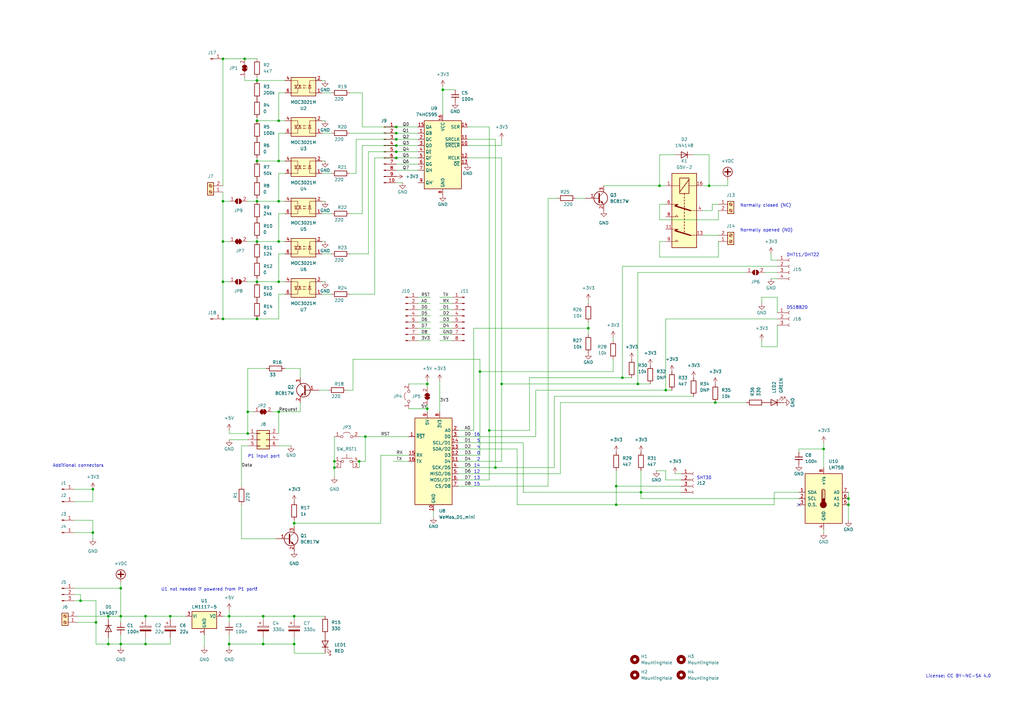
<source format=kicad_sch>
(kicad_sch (version 20230121) (generator eeschema)
  (paper "A3")
  (title_block (title "Wireless power controller") (date "2023-09-07") (rev "A") (company "Copyright (C) Peter Ivanov <ivanovp@gmail.com>, 2023"))
  (junction (at 69.85 252.73))
  (junction (at 59.69 264.16))
  (junction (at 200.66 176.53))
  (junction (at 33.02 246.38))
  (junction (at 252.73 199.39))
  (junction (at 196.85 152.4))
  (junction (at 44.45 252.73))
  (junction (at 347.98 204.47))
  (junction (at 262.89 201.93))
  (junction (at 114.3 49.53))
  (junction (at 175.26 157.48))
  (junction (at 44.45 264.16))
  (junction (at 162.56 54.61))
  (junction (at 120.65 252.73))
  (junction (at 293.37 165.1))
  (junction (at 114.3 99.06))
  (junction (at 252.73 207.01))
  (junction (at 91.44 82.55))
  (junction (at 203.2 191.77))
  (junction (at 107.95 252.73))
  (junction (at 205.74 157.48))
  (junction (at 114.3 168.91))
  (junction (at 347.98 207.01))
  (junction (at 91.44 99.06))
  (junction (at 91.44 130.81))
  (junction (at 290.83 76.2))
  (junction (at 91.44 24.13))
  (junction (at 49.53 264.16))
  (junction (at 38.1 200.66))
  (junction (at 39.37 255.27))
  (junction (at 100.33 24.13))
  (junction (at 105.41 130.81))
  (junction (at 261.62 157.48))
  (junction (at 49.53 252.73))
  (junction (at 270.51 76.2))
  (junction (at 241.3 134.62))
  (junction (at 93.98 252.73))
  (junction (at 105.41 115.57))
  (junction (at 175.26 167.64))
  (junction (at 38.1 218.44))
  (junction (at 105.41 99.06))
  (junction (at 162.56 59.69))
  (junction (at 120.65 264.16))
  (junction (at 105.41 33.02))
  (junction (at 149.86 179.07))
  (junction (at 147.32 189.23))
  (junction (at 162.56 57.15))
  (junction (at 120.65 214.63))
  (junction (at 59.69 252.73))
  (junction (at 105.41 49.53))
  (junction (at 105.41 82.55))
  (junction (at 137.16 189.23))
  (junction (at 101.6 168.91))
  (junction (at 162.56 52.07))
  (junction (at 91.44 115.57))
  (junction (at 101.6 177.8))
  (junction (at 162.56 62.23))
  (junction (at 114.3 82.55))
  (junction (at 114.3 115.57))
  (junction (at 114.3 66.04))
  (junction (at 49.53 241.3))
  (junction (at 181.61 36.83))
  (junction (at 255.27 154.94))
  (junction (at 337.82 184.15))
  (junction (at 273.05 160.02))
  (junction (at 93.98 264.16))
  (junction (at 105.41 66.04))
  (junction (at 107.95 264.16))
  (junction (at 137.16 191.77))
  (junction (at 162.56 64.77))
  (no_connect (at 327.66 207.01))
  (wire (pts (xy 105.41 33.02) (xy 116.84 33.02)))
  (wire (pts (xy 270.51 83.82) (xy 273.05 83.82)))
  (wire (pts (xy 44.45 252.73) (xy 44.45 254)))
  (wire (pts (xy 241.3 134.62) (xy 241.3 137.16)))
  (wire (pts (xy 180.34 134.62) (xy 185.42 134.62)))
  (wire (pts (xy 181.61 35.56) (xy 181.61 36.83)))
  (wire (pts (xy 171.45 132.08) (xy 176.53 132.08)))
  (wire (pts (xy 162.56 52.07) (xy 171.45 52.07)))
  (wire (pts (xy 161.29 189.23) (xy 167.64 189.23)))
  (wire (pts (xy 294.64 105.41) (xy 294.64 99.06)))
  (wire (pts (xy 132.08 33.02) (xy 133.35 33.02)))
  (wire (pts (xy 133.35 115.57) (xy 132.08 115.57)))
  (wire (pts (xy 30.48 200.66) (xy 38.1 200.66)))
  (wire (pts (xy 251.46 138.43) (xy 251.46 139.7)))
  (wire (pts (xy 147.32 179.07) (xy 149.86 179.07)))
  (wire (pts (xy 146.05 71.12) (xy 146.05 57.15)))
  (wire (pts (xy 292.1 83.82) (xy 292.1 86.36)))
  (wire (pts (xy 167.64 157.48) (xy 175.26 157.48)))
  (wire (pts (xy 171.45 127) (xy 176.53 127)))
  (wire (pts (xy 30.48 246.38) (xy 33.02 246.38)))
  (wire (pts (xy 123.19 165.1) (xy 123.19 168.91)))
  (wire (pts (xy 101.6 151.13) (xy 109.22 151.13)))
  (wire (pts (xy 105.41 49.53) (xy 114.3 49.53)))
  (wire (pts (xy 137.16 191.77) (xy 137.16 195.58)))
  (wire (pts (xy 171.45 134.62) (xy 176.53 134.62)))
  (wire (pts (xy 162.56 54.61) (xy 171.45 54.61)))
  (wire (pts (xy 91.44 115.57) (xy 93.98 115.57)))
  (wire (pts (xy 116.84 104.14) (xy 114.3 104.14)))
  (wire (pts (xy 180.34 121.92) (xy 185.42 121.92)))
  (wire (pts (xy 101.6 182.88) (xy 99.06 182.88)))
  (wire (pts (xy 38.1 220.98) (xy 38.1 218.44)))
  (wire (pts (xy 255.27 109.22) (xy 255.27 154.94)))
  (wire (pts (xy 107.95 254) (xy 107.95 252.73)))
  (wire (pts (xy 227.33 162.56) (xy 284.48 162.56)))
  (wire (pts (xy 312.42 124.46) (xy 312.42 121.92)))
  (wire (pts (xy 205.74 64.77) (xy 205.74 157.48)))
  (wire (pts (xy 156.21 214.63) (xy 120.65 214.63)))
  (wire (pts (xy 270.51 90.17) (xy 270.51 83.82)))
  (wire (pts (xy 194.31 176.53) (xy 194.31 134.62)))
  (wire (pts (xy 194.31 134.62) (xy 241.3 134.62)))
  (wire (pts (xy 146.05 57.15) (xy 162.56 57.15)))
  (wire (pts (xy 39.37 255.27) (xy 31.75 255.27)))
  (wire (pts (xy 120.65 264.16) (xy 120.65 267.97)))
  (wire (pts (xy 101.6 82.55) (xy 105.41 82.55)))
  (wire (pts (xy 217.17 176.53) (xy 217.17 154.94)))
  (wire (pts (xy 317.5 201.93) (xy 317.5 207.01)))
  (wire (pts (xy 93.98 264.16) (xy 107.95 264.16)))
  (wire (pts (xy 200.66 196.85) (xy 200.66 176.53)))
  (wire (pts (xy 171.45 139.7) (xy 176.53 139.7)))
  (wire (pts (xy 114.3 115.57) (xy 116.84 115.57)))
  (wire (pts (xy 114.3 49.53) (xy 116.84 49.53)))
  (wire (pts (xy 114.3 99.06) (xy 116.84 99.06)))
  (wire (pts (xy 227.33 162.56) (xy 227.33 191.77)))
  (wire (pts (xy 93.98 260.35) (xy 93.98 264.16)))
  (wire (pts (xy 105.41 114.3) (xy 105.41 115.57)))
  (wire (pts (xy 49.53 260.35) (xy 49.53 264.16)))
  (wire (pts (xy 298.45 76.2) (xy 290.83 76.2)))
  (wire (pts (xy 49.53 265.43) (xy 49.53 264.16)))
  (wire (pts (xy 177.8 212.09) (xy 177.8 209.55)))
  (wire (pts (xy 180.34 124.46) (xy 185.42 124.46)))
  (wire (pts (xy 116.84 38.1) (xy 114.3 38.1)))
  (wire (pts (xy 251.46 147.32) (xy 251.46 152.4)))
  (wire (pts (xy 171.45 121.92) (xy 176.53 121.92)))
  (wire (pts (xy 327.66 185.42) (xy 327.66 184.15)))
  (wire (pts (xy 30.48 241.3) (xy 49.53 241.3)))
  (wire (pts (xy 99.06 207.01) (xy 99.06 220.98)))
  (wire (pts (xy 44.45 264.16) (xy 49.53 264.16)))
  (wire (pts (xy 327.66 201.93) (xy 317.5 201.93)))
  (wire (pts (xy 180.34 156.21) (xy 180.34 168.91)))
  (wire (pts (xy 347.98 204.47) (xy 347.98 207.01)))
  (wire (pts (xy 187.96 181.61) (xy 214.63 181.61)))
  (wire (pts (xy 162.56 57.15) (xy 171.45 57.15)))
  (wire (pts (xy 114.3 87.63) (xy 114.3 99.06)))
  (wire (pts (xy 273.05 99.06) (xy 270.51 99.06)))
  (wire (pts (xy 180.34 132.08) (xy 185.42 132.08)))
  (wire (pts (xy 205.74 189.23) (xy 187.96 189.23)))
  (wire (pts (xy 212.09 184.15) (xy 212.09 207.01)))
  (wire (pts (xy 33.02 246.38) (xy 39.37 246.38)))
  (wire (pts (xy 114.3 66.04) (xy 116.84 66.04)))
  (wire (pts (xy 148.59 87.63) (xy 148.59 59.69)))
  (wire (pts (xy 114.3 115.57) (xy 105.41 115.57)))
  (wire (pts (xy 288.29 96.52) (xy 294.64 96.52)))
  (wire (pts (xy 205.74 157.48) (xy 261.62 157.48)))
  (wire (pts (xy 59.69 264.16) (xy 49.53 264.16)))
  (wire (pts (xy 105.41 97.79) (xy 105.41 99.06)))
  (wire (pts (xy 337.82 181.61) (xy 337.82 184.15)))
  (wire (pts (xy 219.71 160.02) (xy 273.05 160.02)))
  (wire (pts (xy 143.51 71.12) (xy 146.05 71.12)))
  (wire (pts (xy 30.48 218.44) (xy 38.1 218.44)))
  (wire (pts (xy 100.33 24.13) (xy 105.41 24.13)))
  (wire (pts (xy 132.08 104.14) (xy 135.89 104.14)))
  (wire (pts (xy 38.1 213.36) (xy 38.1 218.44)))
  (wire (pts (xy 44.45 261.62) (xy 44.45 264.16)))
  (wire (pts (xy 105.41 48.26) (xy 105.41 49.53)))
  (wire (pts (xy 91.44 82.55) (xy 91.44 99.06)))
  (wire (pts (xy 91.44 24.13) (xy 100.33 24.13)))
  (wire (pts (xy 91.44 99.06) (xy 91.44 115.57)))
  (wire (pts (xy 91.44 82.55) (xy 93.98 82.55)))
  (wire (pts (xy 105.41 81.28) (xy 105.41 82.55)))
  (wire (pts (xy 144.78 147.32) (xy 196.85 147.32)))
  (wire (pts (xy 133.35 49.53) (xy 132.08 49.53)))
  (wire (pts (xy 69.85 252.73) (xy 59.69 252.73)))
  (wire (pts (xy 30.48 213.36) (xy 38.1 213.36)))
  (wire (pts (xy 59.69 261.62) (xy 59.69 264.16)))
  (wire (pts (xy 270.51 76.2) (xy 247.65 76.2)))
  (wire (pts (xy 120.65 252.73) (xy 120.65 254)))
  (wire (pts (xy 224.79 81.28) (xy 228.6 81.28)))
  (wire (pts (xy 180.34 129.54) (xy 185.42 129.54)))
  (wire (pts (xy 316.23 114.3) (xy 318.77 114.3)))
  (wire (pts (xy 133.35 82.55) (xy 132.08 82.55)))
  (wire (pts (xy 313.69 111.76) (xy 318.77 111.76)))
  (wire (pts (xy 101.6 151.13) (xy 101.6 168.91)))
  (wire (pts (xy 298.45 76.2) (xy 298.45 73.66)))
  (wire (pts (xy 132.08 120.65) (xy 135.89 120.65)))
  (wire (pts (xy 114.3 120.65) (xy 114.3 130.81)))
  (wire (pts (xy 99.06 220.98) (xy 113.03 220.98)))
  (wire (pts (xy 114.3 66.04) (xy 105.41 66.04)))
  (wire (pts (xy 114.3 54.61) (xy 114.3 66.04)))
  (wire (pts (xy 114.3 104.14) (xy 114.3 115.57)))
  (wire (pts (xy 175.26 167.64) (xy 175.26 168.91)))
  (wire (pts (xy 116.84 87.63) (xy 114.3 87.63)))
  (wire (pts (xy 143.51 104.14) (xy 151.13 104.14)))
  (wire (pts (xy 241.3 132.08) (xy 241.3 134.62)))
  (wire (pts (xy 255.27 154.94) (xy 259.08 154.94)))
  (wire (pts (xy 171.45 124.46) (xy 176.53 124.46)))
  (wire (pts (xy 156.21 186.69) (xy 156.21 214.63)))
  (wire (pts (xy 148.59 59.69) (xy 162.56 59.69)))
  (wire (pts (xy 171.45 129.54) (xy 176.53 129.54)))
  (wire (pts (xy 162.56 64.77) (xy 171.45 64.77)))
  (wire (pts (xy 252.73 199.39) (xy 279.4 199.39)))
  (wire (pts (xy 107.95 264.16) (xy 107.95 261.62)))
  (wire (pts (xy 196.85 147.32) (xy 196.85 152.4)))
  (wire (pts (xy 33.02 243.84) (xy 33.02 246.38)))
  (wire (pts (xy 93.98 265.43) (xy 93.98 264.16)))
  (wire (pts (xy 30.48 243.84) (xy 33.02 243.84)))
  (wire (pts (xy 30.48 205.74) (xy 38.1 205.74)))
  (wire (pts (xy 180.34 137.16) (xy 185.42 137.16)))
  (wire (pts (xy 114.3 82.55) (xy 105.41 82.55)))
  (wire (pts (xy 294.64 86.36) (xy 294.64 90.17)))
  (wire (pts (xy 149.86 189.23) (xy 147.32 189.23)))
  (wire (pts (xy 116.84 71.12) (xy 114.3 71.12)))
  (wire (pts (xy 187.96 186.69) (xy 196.85 186.69)))
  (wire (pts (xy 191.77 57.15) (xy 203.2 57.15)))
  (wire (pts (xy 175.26 166.37) (xy 175.26 167.64)))
  (wire (pts (xy 276.86 194.31) (xy 279.4 194.31)))
  (wire (pts (xy 137.16 189.23) (xy 137.16 191.77)))
  (wire (pts (xy 262.89 204.47) (xy 327.66 204.47)))
  (wire (pts (xy 101.6 99.06) (xy 105.41 99.06)))
  (wire (pts (xy 49.53 252.73) (xy 49.53 255.27)))
  (wire (pts (xy 137.16 179.07) (xy 137.16 189.23)))
  (wire (pts (xy 224.79 199.39) (xy 187.96 199.39)))
  (wire (pts (xy 107.95 252.73) (xy 120.65 252.73)))
  (wire (pts (xy 130.81 160.02) (xy 134.62 160.02)))
  (wire (pts (xy 252.73 207.01) (xy 252.73 199.39)))
  (wire (pts (xy 162.56 69.85) (xy 171.45 69.85)))
  (wire (pts (xy 151.13 104.14) (xy 151.13 62.23)))
  (wire (pts (xy 120.65 215.9) (xy 120.65 214.63)))
  (wire (pts (xy 162.56 59.69) (xy 171.45 59.69)))
  (wire (pts (xy 224.79 81.28) (xy 224.79 199.39)))
  (wire (pts (xy 318.77 142.24) (xy 312.42 142.24)))
  (wire (pts (xy 205.74 157.48) (xy 205.74 189.23)))
  (wire (pts (xy 120.65 214.63) (xy 120.65 213.36)))
  (wire (pts (xy 132.08 87.63) (xy 135.89 87.63)))
  (wire (pts (xy 39.37 255.27) (xy 39.37 264.16)))
  (wire (pts (xy 133.35 267.97) (xy 120.65 267.97)))
  (wire (pts (xy 180.34 139.7) (xy 185.42 139.7)))
  (wire (pts (xy 196.85 152.4) (xy 251.46 152.4)))
  (wire (pts (xy 83.82 265.43) (xy 83.82 260.35)))
  (wire (pts (xy 116.84 151.13) (xy 123.19 151.13)))
  (wire (pts (xy 148.59 52.07) (xy 162.56 52.07)))
  (wire (pts (xy 101.6 115.57) (xy 105.41 115.57)))
  (wire (pts (xy 191.77 59.69) (xy 205.74 59.69)))
  (wire (pts (xy 144.78 160.02) (xy 144.78 147.32)))
  (wire (pts (xy 114.3 82.55) (xy 116.84 82.55)))
  (wire (pts (xy 327.66 184.15) (xy 337.82 184.15)))
  (wire (pts (xy 318.77 130.81) (xy 273.05 130.81)))
  (wire (pts (xy 69.85 264.16) (xy 59.69 264.16)))
  (wire (pts (xy 59.69 254) (xy 59.69 252.73)))
  (wire (pts (xy 269.24 193.04) (xy 273.05 193.04)))
  (wire (pts (xy 93.98 180.34) (xy 101.6 180.34)))
  (wire (pts (xy 175.26 157.48) (xy 175.26 158.75)))
  (wire (pts (xy 229.87 165.1) (xy 229.87 194.31)))
  (wire (pts (xy 214.63 181.61) (xy 214.63 201.93)))
  (wire (pts (xy 217.17 154.94) (xy 255.27 154.94)))
  (wire (pts (xy 132.08 38.1) (xy 135.89 38.1)))
  (wire (pts (xy 111.76 168.91) (xy 114.3 168.91)))
  (wire (pts (xy 38.1 205.74) (xy 38.1 200.66)))
  (wire (pts (xy 290.83 76.2) (xy 288.29 76.2)))
  (wire (pts (xy 101.6 177.8) (xy 101.6 168.91)))
  (wire (pts (xy 49.53 241.3) (xy 49.53 252.73)))
  (wire (pts (xy 91.44 130.81) (xy 105.41 130.81)))
  (wire (pts (xy 120.65 261.62) (xy 120.65 264.16)))
  (wire (pts (xy 187.96 196.85) (xy 200.66 196.85)))
  (wire (pts (xy 196.85 186.69) (xy 196.85 152.4)))
  (wire (pts (xy 270.51 105.41) (xy 294.64 105.41)))
  (wire (pts (xy 219.71 160.02) (xy 219.71 179.07)))
  (wire (pts (xy 187.96 176.53) (xy 194.31 176.53)))
  (wire (pts (xy 148.59 38.1) (xy 143.51 38.1)))
  (wire (pts (xy 149.86 179.07) (xy 167.64 179.07)))
  (wire (pts (xy 114.3 182.88) (xy 119.38 182.88)))
  (wire (pts (xy 132.08 54.61) (xy 135.89 54.61)))
  (wire (pts (xy 167.64 167.64) (xy 175.26 167.64)))
  (wire (pts (xy 205.74 59.69) (xy 205.74 57.15)))
  (wire (pts (xy 123.19 151.13) (xy 123.19 154.94)))
  (wire (pts (xy 143.51 87.63) (xy 148.59 87.63)))
  (wire (pts (xy 273.05 193.04) (xy 273.05 196.85)))
  (wire (pts (xy 91.44 78.74) (xy 91.44 82.55)))
  (wire (pts (xy 69.85 261.62) (xy 69.85 264.16)))
  (wire (pts (xy 93.98 250.19) (xy 93.98 252.73)))
  (wire (pts (xy 200.66 176.53) (xy 217.17 176.53)))
  (wire (pts (xy 93.98 176.53) (xy 93.98 177.8)))
  (wire (pts (xy 133.35 99.06) (xy 132.08 99.06)))
  (wire (pts (xy 105.41 64.77) (xy 105.41 66.04)))
  (wire (pts (xy 290.83 63.5) (xy 290.83 76.2)))
  (wire (pts (xy 39.37 246.38) (xy 39.37 255.27)))
  (wire (pts (xy 261.62 111.76) (xy 261.62 157.48)))
  (wire (pts (xy 148.59 52.07) (xy 148.59 38.1)))
  (wire (pts (xy 255.27 109.22) (xy 318.77 109.22)))
  (wire (pts (xy 187.96 179.07) (xy 219.71 179.07)))
  (wire (pts (xy 229.87 165.1) (xy 293.37 165.1)))
  (wire (pts (xy 91.44 99.06) (xy 93.98 99.06)))
  (wire (pts (xy 186.69 36.83) (xy 181.61 36.83)))
  (wire (pts (xy 252.73 193.04) (xy 252.73 199.39)))
  (wire (pts (xy 175.26 156.21) (xy 175.26 157.48)))
  (wire (pts (xy 101.6 168.91) (xy 104.14 168.91)))
  (wire (pts (xy 76.2 252.73) (xy 69.85 252.73)))
  (wire (pts (xy 227.33 191.77) (xy 203.2 191.77)))
  (wire (pts (xy 91.44 115.57) (xy 91.44 130.81)))
  (wire (pts (xy 31.75 252.73) (xy 44.45 252.73)))
  (wire (pts (xy 292.1 83.82) (xy 294.64 83.82)))
  (wire (pts (xy 100.33 31.75) (xy 100.33 33.02)))
  (wire (pts (xy 162.56 74.93) (xy 165.1 74.93)))
  (wire (pts (xy 212.09 207.01) (xy 252.73 207.01)))
  (wire (pts (xy 318.77 133.35) (xy 318.77 142.24)))
  (wire (pts (xy 114.3 168.91) (xy 114.3 177.8)))
  (wire (pts (xy 316.23 106.68) (xy 316.23 104.14)))
  (wire (pts (xy 270.51 63.5) (xy 270.51 76.2)))
  (wire (pts (xy 69.85 252.73) (xy 69.85 254)))
  (wire (pts (xy 105.41 130.81) (xy 114.3 130.81)))
  (wire (pts (xy 114.3 38.1) (xy 114.3 49.53)))
  (wire (pts (xy 262.89 204.47) (xy 262.89 201.93)))
  (wire (pts (xy 114.3 168.91) (xy 123.19 168.91)))
  (wire (pts (xy 261.62 111.76) (xy 306.07 111.76)))
  (wire (pts (xy 187.96 191.77) (xy 203.2 191.77)))
  (wire (pts (xy 167.64 186.69) (xy 156.21 186.69)))
  (wire (pts (xy 191.77 52.07) (xy 200.66 52.07)))
  (wire (pts (xy 191.77 64.77) (xy 205.74 64.77)))
  (wire (pts (xy 293.37 165.1) (xy 306.07 165.1)))
  (wire (pts (xy 49.53 252.73) (xy 59.69 252.73)))
  (wire (pts (xy 284.48 63.5) (xy 290.83 63.5)))
  (wire (pts (xy 273.05 76.2) (xy 270.51 76.2)))
  (wire (pts (xy 142.24 160.02) (xy 144.78 160.02)))
  (wire (pts (xy 273.05 160.02) (xy 275.59 160.02)))
  (wire (pts (xy 116.84 54.61) (xy 114.3 54.61)))
  (wire (pts (xy 105.41 31.75) (xy 105.41 33.02)))
  (wire (pts (xy 236.22 81.28) (xy 240.03 81.28)))
  (wire (pts (xy 132.08 71.12) (xy 135.89 71.12)))
  (wire (pts (xy 116.84 120.65) (xy 114.3 120.65)))
  (wire (pts (xy 91.44 252.73) (xy 93.98 252.73)))
  (wire (pts (xy 153.67 64.77) (xy 162.56 64.77)))
  (wire (pts (xy 262.89 201.93) (xy 279.4 201.93)))
  (wire (pts (xy 292.1 86.36) (xy 288.29 86.36)))
  (wire (pts (xy 337.82 217.17) (xy 337.82 218.44)))
  (wire (pts (xy 187.96 194.31) (xy 229.87 194.31)))
  (wire (pts (xy 270.51 90.17) (xy 294.64 90.17)))
  (wire (pts (xy 318.77 106.68) (xy 316.23 106.68)))
  (wire (pts (xy 162.56 67.31) (xy 171.45 67.31)))
  (wire (pts (xy 180.34 127) (xy 185.42 127)))
  (wire (pts (xy 100.33 33.02) (xy 105.41 33.02)))
  (wire (pts (xy 273.05 130.81) (xy 273.05 160.02)))
  (wire (pts (xy 347.98 201.93) (xy 347.98 204.47)))
  (wire (pts (xy 93.98 252.73) (xy 93.98 255.27)))
  (wire (pts (xy 120.65 264.16) (xy 107.95 264.16)))
  (wire (pts (xy 162.56 62.23) (xy 171.45 62.23)))
  (wire (pts (xy 171.45 137.16) (xy 176.53 137.16)))
  (wire (pts (xy 99.06 182.88) (xy 99.06 199.39)))
  (wire (pts (xy 187.96 184.15) (xy 212.09 184.15)))
  (wire (pts (xy 147.32 189.23) (xy 147.32 191.77)))
  (wire (pts (xy 151.13 62.23) (xy 162.56 62.23)))
  (wire (pts (xy 44.45 252.73) (xy 49.53 252.73)))
  (wire (pts (xy 203.2 57.15) (xy 203.2 191.77)))
  (wire (pts (xy 262.89 193.04) (xy 262.89 201.93)))
  (wire (pts (xy 276.86 63.5) (xy 270.51 63.5)))
  (wire (pts (xy 114.3 71.12) (xy 114.3 82.55)))
  (wire (pts (xy 337.82 184.15) (xy 337.82 191.77)))
  (wire (pts (xy 270.51 99.06) (xy 270.51 105.41)))
  (wire (pts (xy 200.66 52.07) (xy 200.66 176.53)))
  (wire (pts (xy 107.95 252.73) (xy 93.98 252.73)))
  (wire (pts (xy 133.35 66.04) (xy 132.08 66.04)))
  (wire (pts (xy 39.37 264.16) (xy 44.45 264.16)))
  (wire (pts (xy 143.51 54.61) (xy 162.56 54.61)))
  (wire (pts (xy 312.42 121.92) (xy 318.77 121.92)))
  (wire (pts (xy 317.5 207.01) (xy 252.73 207.01)))
  (wire (pts (xy 214.63 201.93) (xy 262.89 201.93)))
  (wire (pts (xy 93.98 177.8) (xy 101.6 177.8)))
  (wire (pts (xy 114.3 99.06) (xy 105.41 99.06)))
  (wire (pts (xy 318.77 121.92) (xy 318.77 128.27)))
  (wire (pts (xy 49.53 238.76) (xy 49.53 241.3)))
  (wire (pts (xy 241.3 123.19) (xy 241.3 124.46)))
  (wire (pts (xy 143.51 120.65) (xy 153.67 120.65)))
  (wire (pts (xy 312.42 139.7) (xy 312.42 142.24)))
  (wire (pts (xy 261.62 157.48) (xy 266.7 157.48)))
  (wire (pts (xy 347.98 207.01) (xy 347.98 213.36)))
  (wire (pts (xy 273.05 196.85) (xy 279.4 196.85)))
  (wire (pts (xy 91.44 24.13) (xy 91.44 76.2)))
  (wire (pts (xy 120.65 252.73) (xy 133.35 252.73)))
  (wire (pts (xy 149.86 179.07) (xy 149.86 189.23)))
  (wire (pts (xy 153.67 120.65) (xy 153.67 64.77)))
  (wire (pts (xy 181.61 36.83) (xy 181.61 46.99)))
  (text "P1 input port" (at 101.6 187.96 0) (effects (font (size 1.27 1.27)) (justify left bottom)))
  (text "13" (at 194.31 196.85 0) (effects (font (size 1.27 1.27)) (justify left bottom)))
  (text "16" (at 194.31 179.07 0) (effects (font (size 1.27 1.27)) (justify left bottom)))
  (text "14" (at 194.31 191.77 0) (effects (font (size 1.27 1.27)) (justify left bottom)))
  (text "License: CC BY-NC-SA 4.0" (at 379.73 278.13 0) (effects (font (size 1.27 1.27)) (justify left bottom)))
  (text "4" (at 195.58 184.15 0) (effects (font (size 1.27 1.27)) (justify left bottom)))
  (text "Normally closed (NC)" (at 303.53 85.09 0) (effects (font (size 1.27 1.27)) (justify left bottom)))
  (text "DS18B20" (at 322.58 127 0) (effects (font (size 1.27 1.27)) (justify left bottom)))
  (text "U1 not needed if powered from P1 port!" (at 66.04 242.57 0) (effects (font (size 1.27 1.27)) (justify left bottom)))
  (text "DHT11/DHT22" (at 322.58 105.41 0) (effects (font (size 1.27 1.27)) (justify left bottom)))
  (text "15" (at 194.31 199.39 0) (effects (font (size 1.27 1.27)) (justify left bottom)))
  (text "5" (at 195.58 181.61 0) (effects (font (size 1.27 1.27)) (justify left bottom)))
  (text "2" (at 195.58 189.23 0) (effects (font (size 1.27 1.27)) (justify left bottom)))
  (text "SHT30" (at 285.75 196.85 0) (effects (font (size 1.27 1.27)) (justify left bottom)))
  (text "12" (at 194.31 194.31 0) (effects (font (size 1.27 1.27)) (justify left bottom)))
  (text "Normally opened (NO)" (at 303.53 95.25 0) (effects (font (size 1.27 1.27)) (justify left bottom)))
  (text "0" (at 195.58 186.69 0) (effects (font (size 1.27 1.27)) (justify left bottom)))
  (text "Additional connectors" (at 21.59 191.77 0) (effects (font (size 1.27 1.27)) (justify left bottom)))
  (label "A0" (at 172.72 124.46 0))
  (label "D0" (at 172.72 127 0))
  (label "GND" (at 181.61 137.16 0))
  (label "D1" (at 181.61 127 0))
  (label "D3" (at 181.61 132.08 0))
  (label "D8" (at 190.5 199.39 0))
  (label "Request" (at 114.3 168.91 0))
  (label "Q7" (at 165.1 69.85 0))
  (label "Q5" (at 165.1 64.77 0))
  (label "D5" (at 172.72 129.54 0))
  (label "D1" (at 190.5 181.61 0))
  (label "RX" (at 181.61 124.46 0))
  (label "3V3" (at 180.34 165.1 0))
  (label "D2" (at 190.5 184.15 0))
  (label "Q6" (at 165.1 67.31 0))
  (label "Q1" (at 165.1 54.61 0))
  (label "A0" (at 190.5 176.53 0))
  (label "D4" (at 190.5 189.23 0))
  (label "D3" (at 190.5 186.69 0))
  (label "5V" (at 181.61 139.7 0))
  (label "D7" (at 172.72 134.62 0))
  (label "Q3" (at 165.1 59.69 0))
  (label "RST" (at 156.21 179.07 0))
  (label "D4" (at 181.61 134.62 0))
  (label "D6" (at 172.72 132.08 0))
  (label "Q4" (at 165.1 62.23 0))
  (label "D8" (at 172.72 137.16 0))
  (label "Q2" (at 165.1 57.15 0))
  (label "Data" (at 99.06 191.77 0))
  (label "D2" (at 181.61 129.54 0))
  (label "D6" (at 190.5 194.31 0))
  (label "RX" (at 162.56 186.69 0))
  (label "Q0" (at 165.1 52.07 0))
  (label "D7" (at 190.5 196.85 0))
  (label "D0" (at 190.5 179.07 0))
  (label "RST" (at 172.72 121.92 0))
  (label "3V3" (at 172.72 139.7 0))
  (label "D5" (at 190.5 191.77 0))
  (label "5V" (at 172.72 167.64 0))
  (label "TX" (at 181.61 121.92 0))
  (label "TX" (at 162.56 189.23 0))
  (symbol (lib_id "Connector:Conn_01x01_Male") (at 25.4 218.44 0) (unit 1)
    (property "Reference" "J4" (at 26.035 215.9 0))
    (property "Value" "Conn_01x01_Male" (effects hide))
    (property "Footprint" "Connector_PinHeader_2.54mm:PinHeader_1x01_P2.54mm_Vertical" (effects hide))
  )
  (symbol (lib_id "Device:R") (at 275.59 156.21 0) (unit 1)
    (property "Reference" "R33" (at 278.13 154.9399 0) (effects (justify left)))
    (property "Value" "4k7" (at 278.13 157.4799 0) (effects (justify left)))
    (property "Footprint" "Resistor_SMD:R_0805_2012Metric_Pad1.20x1.40mm_HandSolder" (effects hide))
  )
  (symbol (lib_id "Jumper:SolderJumper_2_Bridged") (at 175.26 162.56 90) (unit 1)
    (property "Reference" "JP5" (at 168.91 162.56 90) (effects (justify right)))
    (property "Value" "SolderJumper_2_Bridged" (effects hide))
    (property "Footprint" "Jumper:SolderJumper-2_P1.3mm_Bridged_Pad1.0x1.5mm" (effects hide))
  )
  (symbol (lib_id "power:+3V3") (at 241.3 123.19 0) (mirror y) (unit 1)
    (property "Reference" "#PWR030" (effects hide))
    (property "Value" "+3V3" (at 241.3 118.11 0))
  )
  (symbol (lib_id "power:+3V3") (at 181.61 35.56 0) (mirror y) (unit 1)
    (property "Reference" "#PWR025" (effects hide))
    (property "Value" "+3V3" (at 181.61 30.48 0))
  )
  (symbol (lib_id "power:GND") (at 177.8 212.09 0) (unit 1)
    (property "Reference" "#PWR023" (effects hide))
    (property "Value" "GND" (at 177.8 215.9 0))
  )
  (symbol (lib_id "power:GND") (at 133.35 49.53 0) (mirror y) (unit 1)
    (property "Reference" "#PWR014" (effects hide))
    (property "Value" "GND" (at 133.35 53.34 0))
  )
  (symbol (lib_id "Connector:Conn_01x01_Male") (at 25.4 200.66 0) (unit 1)
    (property "Reference" "J1" (at 26.035 198.12 0))
    (property "Value" "Conn_01x01_Male" (effects hide))
    (property "Footprint" "Connector_PinHeader_2.54mm:PinHeader_1x01_P2.54mm_Vertical" (effects hide))
  )
  (symbol (lib_id "MCU_Module:WeMos_D1_mini") (at 177.8 189.23 0) (unit 1)
    (property "Reference" "U8" (at 179.9941 209.55 0) (effects (justify left)))
    (property "Value" "WeMos_D1_mini" (at 179.9941 212.09 0) (effects (justify left)))
    (property "Footprint" "Module:WEMOS_D1_mini_light" (effects hide))
    (property "Datasheet" "https://wiki.wemos.cc/products:d1:d1_mini#documentation" (effects hide))
  )
  (symbol (lib_id "Device:LED") (at 133.35 264.16 90) (unit 1)
    (property "Reference" "LED1" (at 137.16 264.4774 90) (effects (justify right)))
    (property "Value" "RED" (at 137.16 267.0174 90) (effects (justify right)))
    (property "Footprint" "power_controller:LED_0805_1206_3216Metric_Pad1.42x1.75mm_HandSolder" (effects hide))
  )
  (symbol (lib_id "Relay_SolidState:MOC3021M") (at 124.46 118.11 180) (unit 1)
    (property "Reference" "U7" (at 124.46 127 0))
    (property "Value" "MOC3021M" (at 124.46 124.46 0))
    (property "Footprint" "Package_DIP:DIP-6_W7.62mm" (effects hide))
    (property "Datasheet" "https://www.onsemi.com/pub/Collateral/MOC3023M-D.PDF" (effects hide))
  )
  (symbol (lib_id "Device:C_Small") (at 327.66 187.96 0) (unit 1)
    (property "Reference" "C8" (at 330.2 186.6962 0) (effects (justify left)))
    (property "Value" "100n" (at 330.2 189.2362 0) (effects (justify left)))
    (property "Footprint" "Capacitor_SMD:C_0805_2012Metric_Pad1.18x1.45mm_HandSolder" (effects hide))
  )
  (symbol (lib_id "Relay_SolidState:MOC3021M") (at 124.46 101.6 180) (unit 1)
    (property "Reference" "U6" (at 124.46 110.49 0))
    (property "Value" "MOC3021M" (at 124.46 107.95 0))
    (property "Footprint" "Package_DIP:DIP-6_W7.62mm" (effects hide))
    (property "Datasheet" "https://www.onsemi.com/pub/Collateral/MOC3023M-D.PDF" (effects hide))
  )
  (symbol (lib_id "power:+3V3") (at 312.42 139.7 0) (unit 1)
    (property "Reference" "#PWR045" (effects hide))
    (property "Value" "+3V3" (at 312.42 134.62 0))
  )
  (symbol (lib_id "power:+3V3") (at 205.74 57.15 0) (mirror y) (unit 1)
    (property "Reference" "#PWR029" (effects hide))
    (property "Value" "+3V3" (at 205.74 52.07 0))
  )
  (symbol (lib_id "Device:R") (at 309.88 165.1 90) (unit 1)
    (property "Reference" "R36" (at 308.6099 162.56 0) (effects (justify left)))
    (property "Value" "330" (at 311.1499 162.56 0) (effects (justify left)))
    (property "Footprint" "Resistor_SMD:R_0805_2012Metric_Pad1.20x1.40mm_HandSolder" (effects hide))
  )
  (symbol (lib_id "power:GND") (at 181.61 80.01 0) (mirror y) (unit 1)
    (property "Reference" "#PWR026" (effects hide))
    (property "Value" "GND" (at 181.61 83.82 0))
  )
  (symbol (lib_id "Device:R") (at 139.7 54.61 270) (mirror x) (unit 1)
    (property "Reference" "R20" (at 138.43 52.07 90) (effects (justify left)))
    (property "Value" "220" (at 137.16 57.15 90) (effects (justify left)))
    (property "Footprint" "Resistor_SMD:R_0805_2012Metric_Pad1.20x1.40mm_HandSolder" (effects hide))
  )
  (symbol (lib_id "power:GND") (at 83.82 265.43 0) (unit 1)
    (property "Reference" "#PWR05" (effects hide))
    (property "Value" "GND" (at 83.82 270.51 0))
  )
  (symbol (lib_id "Device:R") (at 105.41 119.38 180) (unit 1)
    (property "Reference" "R13" (at 107.95 118.11 0) (effects (justify right)))
    (property "Value" "5k6" (at 107.95 120.65 0) (effects (justify right)))
    (property "Footprint" "Resistor_THT:R_Axial_DIN0207_L6.3mm_D2.5mm_P2.54mm_Vertical" (effects hide))
  )
  (symbol (lib_id "power:GND") (at 133.35 99.06 0) (mirror y) (unit 1)
    (property "Reference" "#PWR017" (effects hide))
    (property "Value" "GND" (at 133.35 102.87 0))
  )
  (symbol (lib_id "Connector:Conn_01x01_Male") (at 25.4 213.36 0) (unit 1)
    (property "Reference" "J3" (at 26.035 210.82 0))
    (property "Value" "Conn_01x01_Male" (effects hide))
    (property "Footprint" "Connector_PinHeader_2.54mm:PinHeader_1x01_P2.54mm_Vertical" (effects hide))
  )
  (symbol (lib_id "Connector:Screw_Terminal_01x02") (at 86.36 78.74 180) (unit 1)
    (property "Reference" "J7" (at 86.36 72.39 0))
    (property "Value" "Screw_Terminal_01x02" (effects hide))
    (property "Footprint" "TerminalBlock_Phoenix:TerminalBlock_Phoenix_MKDS-1,5-2-5.08_1x02_P5.08mm_Horizontal" (effects hide))
  )
  (symbol (lib_id "power:GND") (at 49.53 265.43 0) (unit 1)
    (property "Reference" "#PWR04" (effects hide))
    (property "Value" "GND" (at 49.53 270.51 0))
  )
  (symbol (lib_id "power:GND") (at 241.3 144.78 0) (unit 1)
    (property "Reference" "#PWR031" (effects hide))
    (property "Value" "GND" (at 241.3 148.59 0))
  )
  (symbol (lib_id "power:+3V3") (at 162.56 72.39 270) (unit 1)
    (property "Reference" "#PWR020" (effects hide))
    (property "Value" "+3V3" (at 166.37 72.39 90) (effects (justify left)))
  )
  (symbol (lib_id "Device:R") (at 105.41 127 180) (unit 1)
    (property "Reference" "R14" (at 107.95 125.73 0) (effects (justify right)))
    (property "Value" "0" (at 107.95 128.27 0) (effects (justify right)))
    (property "Footprint" "Resistor_THT:R_Axial_DIN0207_L6.3mm_D2.5mm_P2.54mm_Vertical" (effects hide))
  )
  (symbol (lib_id "Device:R") (at 293.37 161.29 0) (unit 1)
    (property "Reference" "R35" (at 295.91 160.0199 0) (effects (justify left)))
    (property "Value" "10k" (at 295.91 162.5599 0) (effects (justify left)))
    (property "Footprint" "Resistor_SMD:R_0805_2012Metric_Pad1.20x1.40mm_HandSolder" (effects hide))
  )
  (symbol (lib_id "Device:R") (at 232.41 81.28 90) (unit 1)
    (property "Reference" "R25" (at 233.68 78.74 90) (effects (justify left)))
    (property "Value" "220" (at 234.95 83.82 90) (effects (justify left)))
    (property "Footprint" "Resistor_SMD:R_0805_2012Metric_Pad1.20x1.40mm_HandSolder" (effects hide))
  )
  (symbol (lib_id "Device:R") (at 284.48 158.75 0) (unit 1)
    (property "Reference" "R34" (at 287.02 157.4799 0) (effects (justify left)))
    (property "Value" "DNP" (at 287.02 160.0199 0) (effects (justify left)))
    (property "Footprint" "Resistor_SMD:R_0805_2012Metric_Pad1.20x1.40mm_HandSolder" (effects hide))
  )
  (symbol (lib_id "power:+3V3") (at 293.37 157.48 0) (unit 1)
    (property "Reference" "#PWR042" (effects hide))
    (property "Value" "+3V3" (at 293.37 152.4 0))
  )
  (symbol (lib_id "power:GND") (at 327.66 190.5 0) (unit 1)
    (property "Reference" "#PWR052" (effects hide))
    (property "Value" "GND" (at 327.66 194.31 0))
  )
  (symbol (lib_id "Device:C_Polarized") (at 59.69 257.81 0) (unit 1)
    (property "Reference" "C2" (at 63.5 256.54 0) (effects (justify left)))
    (property "Value" "22u" (at 63.5 259.08 0) (effects (justify left)))
    (property "Footprint" "Capacitor_THT:CP_Radial_D6.3mm_P2.50mm" (effects hide))
  )
  (symbol (lib_id "Switch:SW_MEC_5E") (at 142.24 191.77 0) (unit 1)
    (property "Reference" "SW_RST1" (at 142.24 184.15 0))
    (property "Value" "SW_MEC_5E" (effects hide))
    (property "Footprint" "power_controller:SW_TH_Tactile_Omron_B3F-10xx" (effects hide))
    (property "Datasheet" "http://www.apem.com/int/index.php?controller=attachment&id_attachment=1371" (effects hide))
  )
  (symbol (lib_id "Device:C_Small") (at 186.69 39.37 0) (unit 1)
    (property "Reference" "C5" (at 189.23 38.1062 0) (effects (justify left)))
    (property "Value" "100n" (at 189.23 40.6462 0) (effects (justify left)))
    (property "Footprint" "Capacitor_SMD:C_0805_2012Metric_Pad1.18x1.45mm_HandSolder" (effects hide))
  )
  (symbol (lib_id "power:GND") (at 133.35 33.02 0) (mirror y) (unit 1)
    (property "Reference" "#PWR013" (effects hide))
    (property "Value" "GND" (at 133.35 36.83 0))
  )
  (symbol (lib_id "Device:R") (at 113.03 151.13 270) (mirror x) (unit 1)
    (property "Reference" "R16" (at 111.76 148.59 90) (effects (justify left)))
    (property "Value" "33" (at 110.49 153.67 90) (effects (justify left)))
    (property "Footprint" "Resistor_SMD:R_0805_2012Metric_Pad1.20x1.40mm_HandSolder" (effects hide))
  )
  (symbol (lib_id "power:+3V3") (at 337.82 181.61 0) (unit 1)
    (property "Reference" "#PWR049" (effects hide))
    (property "Value" "+3V3" (at 337.82 176.53 0))
  )
  (symbol (lib_id "Connector:Conn_01x08_Pin") (at 190.5 129.54 0) (mirror y) (unit 1)
    (property "Reference" "J11" (at 190.5 119.38 0))
    (property "Value" "Conn_01x08_Pin" (effects hide))
    (property "Footprint" "Connector_PinHeader_2.54mm:PinHeader_1x08_P2.54mm_Vertical" (effects hide))
  )
  (symbol (lib_id "Jumper:SolderJumper_2_Bridged") (at 100.33 27.94 90) (unit 1)
    (property "Reference" "JP1" (at 93.98 27.94 90) (effects (justify right)))
    (property "Value" "SolderJumper_2_Bridged" (effects hide))
    (property "Footprint" "Jumper:SolderJumper-2_P1.3mm_Bridged_Pad1.0x1.5mm" (effects hide))
  )
  (symbol (lib_id "Transistor_BJT:BC817W") (at 118.11 220.98 0) (unit 1)
    (property "Reference" "Q1" (at 123.19 219.71 0) (effects (justify left)))
    (property "Value" "BC817W" (at 123.19 222.25 0) (effects (justify left)))
    (property "Footprint" "Package_TO_SOT_SMD:SOT-323_SC-70" (effects hide))
    (property "Datasheet" "https://www.onsemi.com/pub/Collateral/BC818-D.pdf" (effects hide))
  )
  (symbol (lib_id "power:GND") (at 137.16 195.58 0) (unit 1)
    (property "Reference" "#PWR019" (effects hide))
    (property "Value" "GND" (at 137.16 200.66 0))
  )
  (symbol (lib_id "Device:R") (at 138.43 160.02 270) (mirror x) (unit 1)
    (property "Reference" "R18" (at 137.16 157.48 90) (effects (justify left)))
    (property "Value" "220" (at 135.89 162.56 90) (effects (justify left)))
    (property "Footprint" "Resistor_SMD:R_0805_2012Metric_Pad1.20x1.40mm_HandSolder" (effects hide))
  )
  (symbol (lib_id "Device:R") (at 120.65 209.55 180) (unit 1)
    (property "Reference" "R17" (at 123.19 208.28 0) (effects (justify right)))
    (property "Value" "1k" (at 123.19 210.82 0) (effects (justify right)))
    (property "Footprint" "Resistor_SMD:R_0805_2012Metric_Pad1.20x1.40mm_HandSolder" (effects hide))
  )
  (symbol (lib_id "power:GND") (at 38.1 220.98 0) (unit 1)
    (property "Reference" "#PWR02" (effects hide))
    (property "Value" "GND" (at 38.1 226.06 0))
  )
  (symbol (lib_id "Relay_SolidState:MOC3021M") (at 124.46 52.07 180) (unit 1)
    (property "Reference" "U3" (at 124.46 60.96 0))
    (property "Value" "MOC3021M" (at 124.46 58.42 0))
    (property "Footprint" "Package_DIP:DIP-6_W7.62mm" (effects hide))
    (property "Datasheet" "https://www.onsemi.com/pub/Collateral/MOC3023M-D.PDF" (effects hide))
  )
  (symbol (lib_id "Device:R") (at 241.3 128.27 0) (mirror y) (unit 1)
    (property "Reference" "R26" (at 238.76 126.9999 0) (effects (justify left)))
    (property "Value" "10k" (at 238.76 129.5399 0) (effects (justify left)))
    (property "Footprint" "Resistor_SMD:R_0805_2012Metric_Pad1.20x1.40mm_HandSolder" (effects hide))
  )
  (symbol (lib_id "Device:R") (at 105.41 60.96 180) (unit 1)
    (property "Reference" "R6" (at 107.95 59.69 0) (effects (justify right)))
    (property "Value" "0" (at 107.95 62.23 0) (effects (justify right)))
    (property "Footprint" "Resistor_THT:R_Axial_DIN0207_L6.3mm_D2.5mm_P2.54mm_Vertical" (effects hide))
  )
  (symbol (lib_id "Mechanical:MountingHole") (at 279.4 276.86 0) (unit 1)
    (property "Reference" "H4" (at 281.94 275.5899 0) (effects (justify left)))
    (property "Value" "MountingHole" (at 281.94 278.1299 0) (effects (justify left)))
    (property "Footprint" "MountingHole:MountingHole_3.2mm_M3_DIN965" (effects hide))
  )
  (symbol (lib_id "Device:R") (at 105.41 44.45 180) (unit 1)
    (property "Reference" "R4" (at 107.95 43.18 0) (effects (justify right)))
    (property "Value" "0" (at 107.95 45.72 0) (effects (justify right)))
    (property "Footprint" "Resistor_THT:R_Axial_DIN0207_L6.3mm_D2.5mm_P2.54mm_Vertical" (effects hide))
  )
  (symbol (lib_id "Connector:Conn_01x10_Pin") (at 157.48 62.23 0) (unit 1)
    (property "Reference" "J9" (at 157.48 49.53 0))
    (property "Value" "Conn_01x10_Pin" (effects hide))
    (property "Footprint" "Connector_PinHeader_2.54mm:PinHeader_1x10_P2.54mm_Vertical" (effects hide))
  )
  (symbol (lib_id "power:GND") (at 133.35 115.57 0) (mirror y) (unit 1)
    (property "Reference" "#PWR018" (effects hide))
    (property "Value" "GND" (at 133.35 119.38 0))
  )
  (symbol (lib_id "Jumper:SolderJumper_2_Open") (at 97.79 115.57 0) (unit 1)
    (property "Reference" "JP8" (at 97.79 119.38 0))
    (property "Value" "SolderJumper_2_Open" (effects hide))
    (property "Footprint" "Jumper:SolderJumper-2_P1.3mm_Open_Pad1.0x1.5mm" (effects hide))
  )
  (symbol (lib_id "power:GND") (at 312.42 124.46 0) (unit 1)
    (property "Reference" "#PWR044" (effects hide))
    (property "Value" "GND" (at 312.42 128.27 0))
  )
  (symbol (lib_id "Device:R") (at 251.46 143.51 0) (mirror y) (unit 1)
    (property "Reference" "R28" (at 248.92 142.2399 0) (effects (justify left)))
    (property "Value" "10k" (at 248.92 144.7799 0) (effects (justify left)))
    (property "Footprint" "Resistor_SMD:R_0805_2012Metric_Pad1.20x1.40mm_HandSolder" (effects hide))
  )
  (symbol (lib_id "Connector_Generic:Conn_02x03_Odd_Even") (at 106.68 180.34 0) (unit 1)
    (property "Reference" "J8" (at 107.95 173.99 0))
    (property "Value" "Conn_02x03_Odd_Even" (effects hide))
    (property "Footprint" "Connector_PinHeader_2.54mm:PinHeader_2x03_P2.54mm_Horizontal" (effects hide))
  )
  (symbol (lib_id "Device:R") (at 105.41 53.34 180) (unit 1)
    (property "Reference" "R5" (at 107.95 52.07 0) (effects (justify right)))
    (property "Value" "100k" (at 107.95 54.61 0) (effects (justify right)))
    (property "Footprint" "Resistor_THT:R_Axial_DIN0207_L6.3mm_D2.5mm_P2.54mm_Vertical" (effects hide))
  )
  (symbol (lib_id "Regulator_Linear:LM1117-3.3") (at 83.82 252.73 0) (unit 1)
    (property "Reference" "U1" (at 83.82 246.38 0))
    (property "Value" "LM1117-5" (at 83.82 248.92 0))
    (property "Footprint" "Package_TO_SOT_SMD:SOT-223-3_TabPin2" (effects hide))
    (property "Datasheet" "http://www.ti.com/lit/ds/symlink/lm1117.pdf" (effects hide))
  )
  (symbol (lib_id "Jumper:SolderJumper_2_Bridged") (at 107.95 168.91 0) (unit 1)
    (property "Reference" "JP2" (at 109.22 166.37 0) (effects (justify right)))
    (property "Value" "SolderJumper_2_Bridged" (effects hide))
    (property "Footprint" "Jumper:SolderJumper-2_P1.3mm_Bridged_Pad1.0x1.5mm" (effects hide))
  )
  (symbol (lib_id "Diode:1N4148") (at 280.67 63.5 180) (unit 1)
    (property "Reference" "D2" (at 280.67 57.15 0))
    (property "Value" "1N4148" (at 280.67 59.69 0))
    (property "Footprint" "Diode_THT:D_DO-35_SOD27_P7.62mm_Horizontal" (effects hide))
    (property "Datasheet" "https://assets.nexperia.com/documents/data-sheet/1N4148_1N4448.pdf" (effects hide))
    (property "Sim.Device" "D" (effects hide))
    (property "Sim.Pins" "1=K 2=A" (effects hide))
  )
  (symbol (lib_id "Mechanical:MountingHole") (at 260.35 276.86 0) (unit 1)
    (property "Reference" "H2" (at 262.89 275.5899 0) (effects (justify left)))
    (property "Value" "MountingHole" (at 262.89 278.1299 0) (effects (justify left)))
    (property "Footprint" "MountingHole:MountingHole_3.2mm_M3_DIN965" (effects hide))
  )
  (symbol (lib_id "power:+5V") (at 93.98 176.53 0) (unit 1)
    (property "Reference" "#PWR08" (effects hide))
    (property "Value" "+5V" (at 93.98 171.45 0))
  )
  (symbol (lib_id "Device:R") (at 133.35 256.54 0) (unit 1)
    (property "Reference" "R15" (at 135.89 255.2699 0) (effects (justify left)))
    (property "Value" "330" (at 135.89 257.8099 0) (effects (justify left)))
    (property "Footprint" "Resistor_SMD:R_0805_2012Metric_Pad1.20x1.40mm_HandSolder" (effects hide))
  )
  (symbol (lib_id "power:+3V3") (at 38.1 200.66 0) (unit 1)
    (property "Reference" "#PWR01" (effects hide))
    (property "Value" "+3V3" (at 38.1 195.58 0))
  )
  (symbol (lib_id "Relay_SolidState:MOC3021M") (at 124.46 35.56 180) (unit 1)
    (property "Reference" "U2" (at 124.46 44.45 0))
    (property "Value" "MOC3021M" (at 124.46 41.91 0))
    (property "Footprint" "Package_DIP:DIP-6_W7.62mm" (effects hide))
    (property "Datasheet" "https://www.onsemi.com/pub/Collateral/MOC3023M-D.PDF" (effects hide))
  )
  (symbol (lib_id "Device:R") (at 105.41 77.47 180) (unit 1)
    (property "Reference" "R8" (at 107.95 76.2 0) (effects (justify right)))
    (property "Value" "0" (at 107.95 78.74 0) (effects (justify right)))
    (property "Footprint" "Resistor_THT:R_Axial_DIN0207_L6.3mm_D2.5mm_P2.54mm_Vertical" (effects hide))
  )
  (symbol (lib_id "Device:R") (at 139.7 71.12 270) (mirror x) (unit 1)
    (property "Reference" "R21" (at 138.43 68.58 90) (effects (justify left)))
    (property "Value" "220" (at 137.16 73.66 90) (effects (justify left)))
    (property "Footprint" "Resistor_SMD:R_0805_2012Metric_Pad1.20x1.40mm_HandSolder" (effects hide))
  )
  (symbol (lib_id "Device:R") (at 241.3 140.97 0) (mirror y) (unit 1)
    (property "Reference" "R27" (at 238.76 139.6999 0) (effects (justify left)))
    (property "Value" "10k" (at 238.76 142.2399 0) (effects (justify left)))
    (property "Footprint" "Resistor_SMD:R_0805_2012Metric_Pad1.20x1.40mm_HandSolder" (effects hide))
  )
  (symbol (lib_id "power:GND") (at 347.98 213.36 0) (unit 1)
    (property "Reference" "#PWR051" (effects hide))
    (property "Value" "GND" (at 347.98 217.17 0))
  )
  (symbol (lib_id "Connector:Conn_01x04_Female") (at 284.48 196.85 0) (unit 1)
    (property "Reference" "J12" (at 285.75 198.1199 0) (effects (justify left)))
    (property "Value" "Conn_01x04_Female" (effects hide))
    (property "Footprint" "Connector_PinSocket_2.54mm:PinSocket_1x04_P2.54mm_Vertical" (effects hide))
  )
  (symbol (lib_id "Connector:Screw_Terminal_01x02") (at 299.72 83.82 0) (unit 1)
    (property "Reference" "J13" (at 299.72 80.01 0))
    (property "Value" "Screw_Terminal_01x02" (effects hide))
    (property "Footprint" "TerminalBlock_Phoenix:TerminalBlock_Phoenix_MKDS-1,5-2-5.08_1x02_P5.08mm_Horizontal" (effects hide))
  )
  (symbol (lib_id "power:+3V3") (at 259.08 147.32 0) (unit 1)
    (property "Reference" "#PWR035" (effects hide))
    (property "Value" "+3V3" (at 259.08 142.24 0))
  )
  (symbol (lib_id "Device:R") (at 252.73 189.23 0) (unit 1)
    (property "Reference" "R29" (at 255.27 187.9599 0) (effects (justify left)))
    (property "Value" "4k7" (at 255.27 190.4999 0) (effects (justify left)))
    (property "Footprint" "Resistor_SMD:R_0805_2012Metric_Pad1.20x1.40mm_HandSolder" (effects hide))
  )
  (symbol (lib_id "Device:R") (at 105.41 93.98 180) (unit 1)
    (property "Reference" "R10" (at 107.95 92.71 0) (effects (justify right)))
    (property "Value" "0" (at 107.95 95.25 0) (effects (justify right)))
    (property "Footprint" "Resistor_THT:R_Axial_DIN0207_L6.3mm_D2.5mm_P2.54mm_Vertical" (effects hide))
  )
  (symbol (lib_id "power:GND") (at 133.35 82.55 0) (mirror y) (unit 1)
    (property "Reference" "#PWR016" (effects hide))
    (property "Value" "GND" (at 133.35 86.36 0))
  )
  (symbol (lib_id "Jumper:SolderJumper_2_Open") (at 309.88 111.76 0) (unit 1)
    (property "Reference" "JP6" (at 309.88 115.57 0))
    (property "Value" "SolderJumper_2_Open" (effects hide))
    (property "Footprint" "Jumper:SolderJumper-2_P1.3mm_Open_Pad1.0x1.5mm" (effects hide))
  )
  (symbol (lib_id "power:GND") (at 119.38 182.88 0) (unit 1)
    (property "Reference" "#PWR010" (effects hide))
    (property "Value" "GND" (at 119.38 186.69 0))
  )
  (symbol (lib_id "power:GND") (at 337.82 218.44 0) (unit 1)
    (property "Reference" "#PWR050" (effects hide))
    (property "Value" "GND" (at 337.82 222.25 0))
  )
  (symbol (lib_id "power:GND") (at 165.1 74.93 0) (mirror y) (unit 1)
    (property "Reference" "#PWR021" (effects hide))
    (property "Value" "GND" (at 165.1 78.74 0))
  )
  (symbol (lib_id "Device:R") (at 105.41 36.83 180) (unit 1)
    (property "Reference" "R3" (at 107.95 35.56 0) (effects (justify right)))
    (property "Value" "200k" (at 107.95 38.1 0) (effects (justify right)))
    (property "Footprint" "Resistor_THT:R_Axial_DIN0207_L6.3mm_D2.5mm_P2.54mm_Vertical" (effects hide))
  )
  (symbol (lib_id "power:GND") (at 133.35 66.04 0) (mirror y) (unit 1)
    (property "Reference" "#PWR015" (effects hide))
    (property "Value" "GND" (at 133.35 69.85 0))
  )
  (symbol (lib_id "Jumper:SolderJumper_2_Bridged") (at 97.79 99.06 0) (mirror x) (unit 1)
    (property "Reference" "JP7" (at 100.33 102.87 0) (effects (justify right)))
    (property "Value" "SolderJumper_2_Bridged" (effects hide))
    (property "Footprint" "Jumper:SolderJumper-2_P1.3mm_Bridged_Pad1.0x1.5mm" (effects hide))
  )
  (symbol (lib_id "power:GND") (at 93.98 265.43 0) (unit 1)
    (property "Reference" "#PWR07" (effects hide))
    (property "Value" "GND" (at 93.98 270.51 0))
  )
  (symbol (lib_id "Connector:Conn_01x08_Pin") (at 166.37 129.54 0) (unit 1)
    (property "Reference" "J10" (at 166.37 119.38 0))
    (property "Value" "Conn_01x08_Pin" (effects hide))
    (property "Footprint" "Connector_PinHeader_2.54mm:PinHeader_1x08_P2.54mm_Vertical" (effects hide))
  )
  (symbol (lib_id "Jumper:SolderJumper_2_Open") (at 97.79 82.55 0) (unit 1)
    (property "Reference" "JP9" (at 97.79 86.36 0))
    (property "Value" "SolderJumper_2_Open" (effects hide))
    (property "Footprint" "Jumper:SolderJumper-2_P1.3mm_Open_Pad1.0x1.5mm" (effects hide))
  )
  (symbol (lib_id "Mechanical:MountingHole") (at 279.4 270.51 0) (unit 1)
    (property "Reference" "H3" (at 281.94 269.2399 0) (effects (justify left)))
    (property "Value" "MountingHole" (at 281.94 271.7799 0) (effects (justify left)))
    (property "Footprint" "MountingHole:MountingHole_3.2mm_M3_DIN965" (effects hide))
  )
  (symbol (lib_id "Device:R") (at 266.7 153.67 0) (unit 1)
    (property "Reference" "R32" (at 269.24 152.3999 0) (effects (justify left)))
    (property "Value" "DNP" (at 269.24 154.9399 0) (effects (justify left)))
    (property "Footprint" "Resistor_SMD:R_0805_2012Metric_Pad1.20x1.40mm_HandSolder" (effects hide))
  )
  (symbol (lib_id "Device:R") (at 139.7 120.65 270) (mirror x) (unit 1)
    (property "Reference" "R24" (at 138.43 118.11 90) (effects (justify left)))
    (property "Value" "220" (at 137.16 123.19 90) (effects (justify left)))
    (property "Footprint" "Resistor_SMD:R_0805_2012Metric_Pad1.20x1.40mm_HandSolder" (effects hide))
  )
  (symbol (lib_id "power:GND") (at 186.69 41.91 0) (mirror y) (unit 1)
    (property "Reference" "#PWR027" (effects hide))
    (property "Value" "GND" (at 186.69 45.72 0))
  )
  (symbol (lib_id "Mechanical:MountingHole") (at 260.35 270.51 0) (unit 1)
    (property "Reference" "H1" (at 262.89 269.2399 0) (effects (justify left)))
    (property "Value" "MountingHole" (at 262.89 271.7799 0) (effects (justify left)))
    (property "Footprint" "MountingHole:MountingHole_3.2mm_M3_DIN965" (effects hide))
  )
  (symbol (lib_id "Device:R") (at 139.7 87.63 270) (mirror x) (unit 1)
    (property "Reference" "R22" (at 138.43 85.09 90) (effects (justify left)))
    (property "Value" "220" (at 137.16 90.17 90) (effects (justify left)))
    (property "Footprint" "Resistor_SMD:R_0805_2012Metric_Pad1.20x1.40mm_HandSolder" (effects hide))
  )
  (symbol (lib_id "Device:R") (at 105.41 27.94 180) (unit 1)
    (property "Reference" "R2" (at 107.95 26.67 0) (effects (justify right)))
    (property "Value" "4k7" (at 107.95 29.21 0) (effects (justify right)))
    (property "Footprint" "Resistor_THT:R_Axial_DIN0207_L6.3mm_D2.5mm_P7.62mm_Horizontal" (effects hide))
  )
  (symbol (lib_id "power:GND") (at 247.65 86.36 0) (unit 1)
    (property "Reference" "#PWR032" (effects hide))
    (property "Value" "GND" (at 247.65 91.44 0))
  )
  (symbol (lib_id "power:GND") (at 316.23 114.3 0) (unit 1)
    (property "Reference" "#PWR047" (effects hide))
    (property "Value" "GND" (at 316.23 118.11 0))
  )
  (symbol (lib_id "Connector:Conn_01x01_Male") (at 86.36 24.13 0) (unit 1)
    (property "Reference" "J17" (at 86.995 21.59 0))
    (property "Value" "Conn_01x01_Male" (effects hide))
    (property "Footprint" "Connector_PinHeader_2.54mm:PinHeader_1x01_P2.54mm_Vertical" (effects hide))
  )
  (symbol (lib_id "power:GND") (at 191.77 67.31 0) (mirror y) (unit 1)
    (property "Reference" "#PWR028" (effects hide))
    (property "Value" "GND" (at 191.77 71.12 0))
  )
  (symbol (lib_id "power:GND") (at 269.24 193.04 0) (unit 1)
    (property "Reference" "#PWR038" (effects hide))
    (property "Value" "GND" (at 269.24 196.85 0))
  )
  (symbol (lib_id "power:+5V") (at 93.98 250.19 0) (unit 1)
    (property "Reference" "#PWR06" (effects hide))
    (property "Value" "+5V" (at 93.98 245.11 0))
  )
  (symbol (lib_id "Device:R") (at 259.08 151.13 0) (unit 1)
    (property "Reference" "R30" (at 261.62 149.8599 0) (effects (justify left)))
    (property "Value" "10k" (at 261.62 152.3999 0) (effects (justify left)))
    (property "Footprint" "Resistor_SMD:R_0805_2012Metric_Pad1.20x1.40mm_HandSolder" (effects hide))
  )
  (symbol (lib_id "Connector:Conn_01x03_Male") (at 25.4 243.84 0) (unit 1)
    (property "Reference" "J5" (at 26.035 238.76 0))
    (property "Value" "Conn_01x03_Male" (effects hide))
    (property "Footprint" "Connector_PinHeader_2.54mm:PinHeader_1x03_P2.54mm_Vertical" (effects hide))
  )
  (symbol (lib_id "Device:R") (at 262.89 189.23 0) (unit 1)
    (property "Reference" "R31" (at 265.43 187.9599 0) (effects (justify left)))
    (property "Value" "4k7" (at 265.43 190.4999 0) (effects (justify left)))
    (property "Footprint" "Resistor_SMD:R_0805_2012Metric_Pad1.20x1.40mm_HandSolder" (effects hide))
  )
  (symbol (lib_id "Device:C_Small") (at 93.98 257.81 0) (unit 1)
    (property "Reference" "C3" (at 96.52 256.5462 0) (effects (justify left)))
    (property "Value" "100n" (at 96.52 259.0862 0) (effects (justify left)))
    (property "Footprint" "Capacitor_SMD:C_0805_2012Metric_Pad1.18x1.45mm_HandSolder" (effects hide))
  )
  (symbol (lib_id "Device:R") (at 105.41 102.87 180) (unit 1)
    (property "Reference" "R11" (at 107.95 101.6 0) (effects (justify right)))
    (property "Value" "12k" (at 107.95 104.14 0) (effects (justify right)))
    (property "Footprint" "Resistor_THT:R_Axial_DIN0207_L6.3mm_D2.5mm_P2.54mm_Vertical" (effects hide))
  )
  (symbol (lib_id "Device:C_Polarized") (at 69.85 257.81 0) (unit 1)
    (property "Reference" "C6" (at 73.66 256.54 0) (effects (justify left)))
    (property "Value" "22u" (at 73.66 259.08 0) (effects (justify left)))
    (property "Footprint" "Capacitor_SMD:CP_Elec_4x3.9" (effects hide))
  )
  (symbol (lib_id "power:+VDC") (at 49.53 238.76 0) (unit 1)
    (property "Reference" "#PWR03" (effects hide))
    (property "Value" "+VDC" (at 49.53 231.14 0))
  )
  (symbol (lib_id "Relay_SolidState:MOC3021M") (at 124.46 68.58 180) (unit 1)
    (property "Reference" "U4" (at 124.46 77.47 0))
    (property "Value" "MOC3021M" (at 124.46 74.93 0))
    (property "Footprint" "Package_DIP:DIP-6_W7.62mm" (effects hide))
    (property "Datasheet" "https://www.onsemi.com/pub/Collateral/MOC3023M-D.PDF" (effects hide))
  )
  (symbol (lib_id "Device:C_Polarized") (at 107.95 257.81 0) (unit 1)
    (property "Reference" "C4" (at 111.76 255.6509 0) (effects (justify left)))
    (property "Value" "330u" (at 111.76 258.1909 0) (effects (justify left)))
    (property "Footprint" "Capacitor_THT:CP_Radial_D6.3mm_P2.50mm" (effects hide))
  )
  (symbol (lib_id "power:GND") (at 120.65 226.06 0) (unit 1)
    (property "Reference" "#PWR012" (effects hide))
    (property "Value" "GND" (at 120.65 231.14 0))
  )
  (symbol (lib_id "power:GND") (at 93.98 180.34 0) (unit 1)
    (property "Reference" "#PWR09" (effects hide))
    (property "Value" "GND" (at 93.98 184.15 0))
  )
  (symbol (lib_id "Device:C_Small") (at 49.53 257.81 0) (unit 1)
    (property "Reference" "C1" (at 52.07 256.5462 0) (effects (justify left)))
    (property "Value" "100n" (at 52.07 259.08 0) (effects (justify left)))
    (property "Footprint" "Capacitor_SMD:C_0805_2012Metric_Pad1.18x1.45mm_HandSolder" (effects hide))
  )
  (symbol (lib_id "Device:C_Polarized") (at 120.65 257.81 0) (unit 1)
    (property "Reference" "C7" (at 124.46 255.6509 0) (effects (justify left)))
    (property "Value" "330u" (at 124.46 258.1909 0) (effects (justify left)))
    (property "Footprint" "Capacitor_SMD:CP_Elec_4x3.9" (effects hide))
  )
  (symbol (lib_id "power:+3V3") (at 262.89 185.42 0) (unit 1)
    (property "Reference" "#PWR036" (effects hide))
    (property "Value" "+3V3" (at 262.89 180.34 0))
  )
  (symbol (lib_id "power:+VDC") (at 298.45 73.66 0) (mirror y) (unit 1)
    (property "Reference" "#PWR043" (effects hide))
    (property "Value" "+VDC" (at 298.45 66.04 0))
  )
  (symbol (lib_id "Connector:Conn_01x04_Female") (at 323.85 109.22 0) (unit 1)
    (property "Reference" "J15" (at 325.12 110.4899 0) (effects (justify left)))
    (property "Value" "Conn_01x04_Female" (effects hide))
    (property "Footprint" "Connector_PinSocket_2.54mm:PinSocket_1x04_P2.54mm_Vertical" (effects hide))
  )
  (symbol (lib_id "Relay:G5V-2") (at 280.67 86.36 90) (mirror x) (unit 1)
    (property "Reference" "K1" (at 280.67 66.04 90))
    (property "Value" "G5V-2" (at 280.67 68.58 90))
    (property "Footprint" "Relay_THT:Relay_DPDT_Omron_G5V-2" (effects hide))
    (property "Datasheet" "http://omronfs.omron.com/en_US/ecb/products/pdf/en-g5v_2.pdf" (effects hide))
  )
  (symbol (lib_id "power:+3V3") (at 180.34 156.21 0) (unit 1)
    (property "Reference" "#PWR024" (effects hide))
    (property "Value" "+3V3" (at 180.34 151.13 0))
  )
  (symbol (lib_id "Connector:Conn_01x03_Female") (at 323.85 130.81 0) (unit 1)
    (property "Reference" "J16" (at 325.12 130.8099 0) (effects (justify left)))
    (property "Value" "Conn_01x03_Female" (effects hide))
    (property "Footprint" "Connector_PinSocket_2.54mm:PinSocket_1x03_P2.54mm_Vertical" (effects hide))
  )
  (symbol (lib_id "Diode:1N4007") (at 44.45 257.81 270) (unit 1)
    (property "Reference" "D1" (at 43.18 248.92 90) (effects (justify left)))
    (property "Value" "1N4007" (at 40.64 251.46 90) (effects (justify left)))
    (property "Footprint" "Diode_THT:D_DO-41_SOD81_P10.16mm_Horizontal" (effects hide))
    (property "Datasheet" "http://www.vishay.com/docs/88503/1n4001.pdf" (effects hide))
  )
  (symbol (lib_id "power:+3V3") (at 275.59 152.4 0) (unit 1)
    (property "Reference" "#PWR039" (effects hide))
    (property "Value" "+3V3" (at 275.59 147.32 0))
  )
  (symbol (lib_id "Device:R") (at 139.7 38.1 270) (mirror x) (unit 1)
    (property "Reference" "R19" (at 138.43 35.56 90) (effects (justify left)))
    (property "Value" "220" (at 137.16 40.64 90) (effects (justify left)))
    (property "Footprint" "Resistor_SMD:R_0805_2012Metric_Pad1.20x1.40mm_HandSolder" (effects hide))
  )
  (symbol (lib_id "Device:R") (at 105.41 86.36 180) (unit 1)
    (property "Reference" "R9" (at 107.95 85.09 0) (effects (justify right)))
    (property "Value" "24k" (at 107.95 87.63 0) (effects (justify right)))
    (property "Footprint" "Resistor_THT:R_Axial_DIN0207_L6.3mm_D2.5mm_P2.54mm_Vertical" (effects hide))
  )
  (symbol (lib_id "power:+3V3") (at 284.48 154.94 0) (unit 1)
    (property "Reference" "#PWR041" (effects hide))
    (property "Value" "+3V3" (at 284.48 149.86 0))
  )
  (symbol (lib_id "power:+3V3") (at 120.65 205.74 0) (unit 1)
    (property "Reference" "#PWR011" (effects hide))
    (property "Value" "+3V3" (at 120.65 200.66 0))
  )
  (symbol (lib_id "power:+3V3") (at 252.73 185.42 0) (unit 1)
    (property "Reference" "#PWR034" (effects hide))
    (property "Value" "+3V3" (at 252.73 180.34 0))
  )
  (symbol (lib_id "Jumper:Jumper_2_Open") (at 167.64 162.56 90) (unit 1)
    (property "Reference" "JP4" (at 161.29 162.56 90) (effects (justify right)))
    (property "Value" "Jumper_2_Open" (effects hide))
    (property "Footprint" "TestPoint:TestPoint_2Pads_Pitch2.54mm_Drill0.8mm" (effects hide))
  )
  (symbol (lib_id "power:+5V") (at 175.26 156.21 0) (unit 1)
    (property "Reference" "#PWR022" (effects hide))
    (property "Value" "+5V" (at 175.26 151.13 0))
  )
  (symbol (lib_id "Jumper:Jumper_2_Open") (at 142.24 179.07 0) (unit 1)
    (property "Reference" "JP3" (at 142.24 175.26 0))
    (property "Value" "Jumper_2_Open" (effects hide))
    (property "Footprint" "TestPoint:TestPoint_2Pads_Pitch2.54mm_Drill0.8mm" (effects hide))
  )
  (symbol (lib_id "power:GND") (at 321.31 165.1 90) (unit 1)
    (property "Reference" "#PWR048" (effects hide))
    (property "Value" "GND" (at 325.12 165.1 0))
  )
  (symbol (lib_id "Transistor_BJT:BC817W") (at 125.73 160.02 0) (mirror y) (unit 1)
    (property "Reference" "Q2" (at 120.65 158.75 0) (effects (justify left)))
    (property "Value" "BC817W" (at 120.65 161.29 0) (effects (justify left)))
    (property "Footprint" "Package_TO_SOT_SMD:SOT-323_SC-70" (effects hide))
    (property "Datasheet" "https://www.onsemi.com/pub/Collateral/BC818-D.pdf" (effects hide))
  )
  (symbol (lib_id "Device:R") (at 105.41 110.49 180) (unit 1)
    (property "Reference" "R12" (at 107.95 109.22 0) (effects (justify right)))
    (property "Value" "0" (at 107.95 111.76 0) (effects (justify right)))
    (property "Footprint" "Resistor_THT:R_Axial_DIN0207_L6.3mm_D2.5mm_P2.54mm_Vertical" (effects hide))
  )
  (symbol (lib_id "Connector:Conn_01x01_Male") (at 86.36 130.81 0) (unit 1)
    (property "Reference" "J18" (at 86.995 128.27 0))
    (property "Value" "Conn_01x01_Male" (effects hide))
    (property "Footprint" "Connector_PinHeader_2.54mm:PinHeader_1x01_P2.54mm_Vertical" (effects hide))
  )
  (symbol (lib_id "power:+3V3") (at 276.86 194.31 0) (unit 1)
    (property "Reference" "#PWR040" (effects hide))
    (property "Value" "+3V3" (at 276.86 189.23 0))
  )
  (symbol (lib_id "Device:R") (at 139.7 104.14 270) (mirror x) (unit 1)
    (property "Reference" "R23" (at 138.43 101.6 90) (effects (justify left)))
    (property "Value" "220" (at 137.16 106.68 90) (effects (justify left)))
    (property "Footprint" "Resistor_SMD:R_0805_2012Metric_Pad1.20x1.40mm_HandSolder" (effects hide))
  )
  (symbol (lib_id "Transistor_BJT:BC817W") (at 245.11 81.28 0) (unit 1)
    (property "Reference" "Q3" (at 250.19 80.01 0) (effects (justify left)))
    (property "Value" "BC817W" (at 250.19 82.55 0) (effects (justify left)))
    (property "Footprint" "Package_TO_SOT_SMD:SOT-323_SC-70" (effects hide))
    (property "Datasheet" "https://www.onsemi.com/pub/Collateral/BC818-D.pdf" (effects hide))
  )
  (symbol (lib_id "Device:R") (at 105.41 69.85 180) (unit 1)
    (property "Reference" "R7" (at 107.95 68.58 0) (effects (justify right)))
    (property "Value" "50k" (at 107.95 71.12 0) (effects (justify right)))
    (property "Footprint" "Resistor_THT:R_Axial_DIN0207_L6.3mm_D2.5mm_P2.54mm_Vertical" (effects hide))
  )
  (symbol (lib_id "power:+3V3") (at 316.23 104.14 0) (unit 1)
    (property "Reference" "#PWR046" (effects hide))
    (property "Value" "+3V3" (at 316.23 99.06 0))
  )
  (symbol (lib_id "Connector:Screw_Terminal_01x02") (at 26.67 255.27 180) (unit 1)
    (property "Reference" "J6" (at 26.67 248.92 0))
    (property "Value" "Screw_Terminal_01x02" (effects hide))
    (property "Footprint" "TerminalBlock_Phoenix:TerminalBlock_Phoenix_MKDS-1,5-2-5.08_1x02_P5.08mm_Horizontal" (effects hide))
  )
  (symbol (lib_id "power:+3V3") (at 266.7 149.86 0) (unit 1)
    (property "Reference" "#PWR037" (effects hide))
    (property "Value" "+3V3" (at 266.7 144.78 0))
  )
  (symbol (lib_id "Relay_SolidState:MOC3021M") (at 124.46 85.09 180) (unit 1)
    (property "Reference" "U5" (at 124.46 93.98 0))
    (property "Value" "MOC3021M" (at 124.46 91.44 0))
    (property "Footprint" "Package_DIP:DIP-6_W7.62mm" (effects hide))
    (property "Datasheet" "https://www.onsemi.com/pub/Collateral/MOC3023M-D.PDF" (effects hide))
  )
  (symbol (lib_id "Sensor_Temperature:LM75B") (at 337.82 204.47 0) (unit 1)
    (property "Reference" "U10" (at 339.8394 189.23 0) (effects (justify left)))
    (property "Value" "LM75B" (at 339.8394 191.77 0) (effects (justify left)))
    (property "Footprint" "Package_SO:SOIC-8_3.9x4.9mm_P1.27mm" (effects hide))
    (property "Datasheet" "http://www.ti.com/lit/ds/symlink/lm75b.pdf" (effects hide))
  )
  (symbol (lib_id "Device:LED") (at 317.5 165.1 180) (unit 1)
    (property "Reference" "LED2" (at 317.5 161.29 90) (effects (justify right)))
    (property "Value" "GREEN" (at 320.3574 161.29 90) (effects (justify right)))
    (property "Footprint" "power_controller:LED_0805_1206_3216Metric_Pad1.42x1.75mm_HandSolder" (effects hide))
  )
  (symbol (lib_id "Connector:Conn_01x01_Male") (at 25.4 205.74 0) (unit 1)
    (property "Reference" "J2" (at 26.035 203.2 0))
    (property "Value" "Conn_01x01_Male" (effects hide))
    (property "Footprint" "Connector_PinHeader_2.54mm:PinHeader_1x01_P2.54mm_Vertical" (effects hide))
  )
  (symbol (lib_id "Connector:Screw_Terminal_01x02") (at 299.72 99.06 0) (mirror x) (unit 1)
    (property "Reference" "J14" (at 299.72 92.71 0))
    (property "Value" "Screw_Terminal_01x02" (effects hide))
    (property "Footprint" "TerminalBlock_Phoenix:TerminalBlock_Phoenix_MKDS-1,5-2-5.08_1x02_P5.08mm_Horizontal" (effects hide))
  )
  (symbol (lib_id "power:+3V3") (at 251.46 138.43 0) (mirror y) (unit 1)
    (property "Reference" "#PWR033" (effects hide))
    (property "Value" "+3V3" (at 251.46 133.35 0))
  )
  (symbol (lib_id "74xx:74HC595") (at 181.61 62.23 0) (mirror y) (unit 1)
    (property "Reference" "U9" (at 179.4159 44.45 0) (effects (justify left)))
    (property "Value" "74HC595" (at 179.4159 46.99 0) (effects (justify left)))
    (property "Footprint" "Package_SO:SOIC-16_3.9x9.9mm_P1.27mm" (effects hide))
    (property "Datasheet" "http://www.ti.com/lit/ds/symlink/sn74hc595.pdf" (effects hide))
  )
  (symbol (lib_id "Device:R") (at 99.06 203.2 0) (mirror y) (unit 1)
    (property "Reference" "R1" (at 96.52 204.47 90) (effects (justify left)))
    (property "Value" "220" (at 101.6 205.74 90) (effects (justify left)))
    (property "Footprint" "Resistor_SMD:R_0805_2012Metric_Pad1.20x1.40mm_HandSolder" (effects hide))
  )
)
</source>
